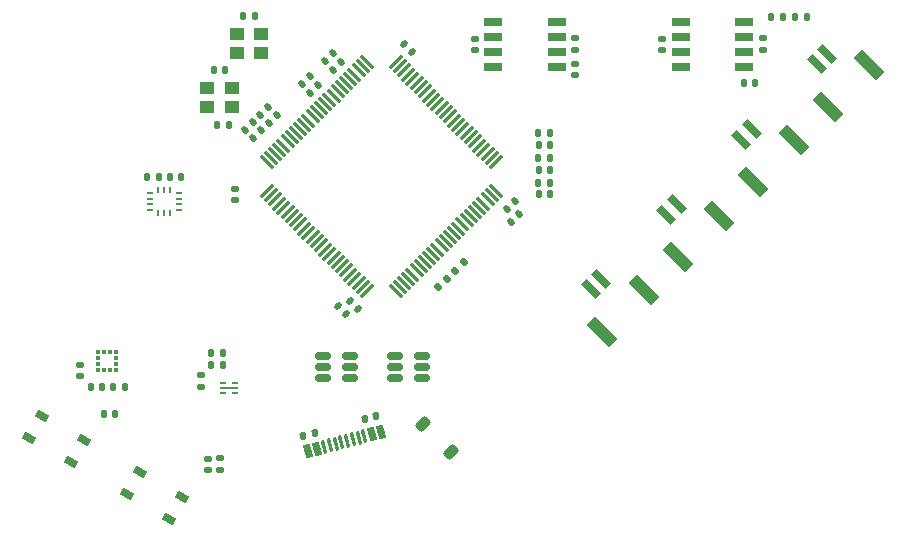
<source format=gbr>
%TF.GenerationSoftware,KiCad,Pcbnew,8.0.0*%
%TF.CreationDate,2024-03-25T03:31:52+00:00*%
%TF.ProjectId,main_PCB_v2,6d61696e-5f50-4434-925f-76322e6b6963,rev?*%
%TF.SameCoordinates,Original*%
%TF.FileFunction,Paste,Top*%
%TF.FilePolarity,Positive*%
%FSLAX46Y46*%
G04 Gerber Fmt 4.6, Leading zero omitted, Abs format (unit mm)*
G04 Created by KiCad (PCBNEW 8.0.0) date 2024-03-25 03:31:52*
%MOMM*%
%LPD*%
G01*
G04 APERTURE LIST*
G04 Aperture macros list*
%AMRoundRect*
0 Rectangle with rounded corners*
0 $1 Rounding radius*
0 $2 $3 $4 $5 $6 $7 $8 $9 X,Y pos of 4 corners*
0 Add a 4 corners polygon primitive as box body*
4,1,4,$2,$3,$4,$5,$6,$7,$8,$9,$2,$3,0*
0 Add four circle primitives for the rounded corners*
1,1,$1+$1,$2,$3*
1,1,$1+$1,$4,$5*
1,1,$1+$1,$6,$7*
1,1,$1+$1,$8,$9*
0 Add four rect primitives between the rounded corners*
20,1,$1+$1,$2,$3,$4,$5,0*
20,1,$1+$1,$4,$5,$6,$7,0*
20,1,$1+$1,$6,$7,$8,$9,0*
20,1,$1+$1,$8,$9,$2,$3,0*%
%AMRotRect*
0 Rectangle, with rotation*
0 The origin of the aperture is its center*
0 $1 length*
0 $2 width*
0 $3 Rotation angle, in degrees counterclockwise*
0 Add horizontal line*
21,1,$1,$2,0,0,$3*%
G04 Aperture macros list end*
%ADD10R,1.500000X0.650000*%
%ADD11RoundRect,0.135000X0.135000X0.185000X-0.135000X0.185000X-0.135000X-0.185000X0.135000X-0.185000X0*%
%ADD12RoundRect,0.135000X-0.185000X0.135000X-0.185000X-0.135000X0.185000X-0.135000X0.185000X0.135000X0*%
%ADD13RoundRect,0.147500X0.147500X0.172500X-0.147500X0.172500X-0.147500X-0.172500X0.147500X-0.172500X0*%
%ADD14RoundRect,0.140000X-0.021213X0.219203X-0.219203X0.021213X0.021213X-0.219203X0.219203X-0.021213X0*%
%ADD15RoundRect,0.140000X0.170000X-0.140000X0.170000X0.140000X-0.170000X0.140000X-0.170000X-0.140000X0*%
%ADD16RoundRect,0.135000X0.082518X0.213637X-0.178282X0.143756X-0.082518X-0.213637X0.178282X-0.143756X0*%
%ADD17RoundRect,0.225000X0.424264X0.106066X0.106066X0.424264X-0.424264X-0.106066X-0.106066X-0.424264X0*%
%ADD18RoundRect,0.135000X-0.082518X-0.213637X0.178282X-0.143756X0.082518X0.213637X-0.178282X0.143756X0*%
%ADD19RotRect,0.650000X1.050000X60.000000*%
%ADD20RotRect,0.279400X1.473200X45.000000*%
%ADD21RotRect,0.279400X1.473200X315.000000*%
%ADD22RoundRect,0.140000X-0.219203X-0.021213X-0.021213X-0.219203X0.219203X0.021213X0.021213X0.219203X0*%
%ADD23R,1.300000X1.100000*%
%ADD24RotRect,0.600000X1.700000X45.000000*%
%ADD25RotRect,1.000000X2.700000X45.000000*%
%ADD26RoundRect,0.135000X-0.135000X-0.185000X0.135000X-0.185000X0.135000X0.185000X-0.135000X0.185000X0*%
%ADD27RoundRect,0.135000X0.035355X-0.226274X0.226274X-0.035355X-0.035355X0.226274X-0.226274X0.035355X0*%
%ADD28RotRect,0.600000X1.140000X15.000000*%
%ADD29RotRect,0.300000X1.140000X15.000000*%
%ADD30RoundRect,0.140000X0.021213X-0.219203X0.219203X-0.021213X-0.021213X0.219203X-0.219203X0.021213X0*%
%ADD31R,0.482600X0.254000*%
%ADD32R,0.254000X0.482600*%
%ADD33RoundRect,0.140000X-0.140000X-0.170000X0.140000X-0.170000X0.140000X0.170000X-0.140000X0.170000X0*%
%ADD34RoundRect,0.150000X0.512500X0.150000X-0.512500X0.150000X-0.512500X-0.150000X0.512500X-0.150000X0*%
%ADD35R,0.375000X0.350000*%
%ADD36R,0.350000X0.375000*%
%ADD37R,0.600000X0.200000*%
%ADD38R,1.600000X0.200000*%
%ADD39RoundRect,0.140000X0.140000X0.170000X-0.140000X0.170000X-0.140000X-0.170000X0.140000X-0.170000X0*%
%ADD40RoundRect,0.135000X-0.035355X0.226274X-0.226274X0.035355X0.035355X-0.226274X0.226274X-0.035355X0*%
%ADD41RoundRect,0.135000X0.185000X-0.135000X0.185000X0.135000X-0.185000X0.135000X-0.185000X-0.135000X0*%
%ADD42RoundRect,0.140000X-0.170000X0.140000X-0.170000X-0.140000X0.170000X-0.140000X0.170000X0.140000X0*%
%ADD43RoundRect,0.140000X0.219203X0.021213X0.021213X0.219203X-0.219203X-0.021213X-0.021213X-0.219203X0*%
G04 APERTURE END LIST*
D10*
%TO.C,IC102*%
X156400000Y-86300000D03*
X156400000Y-87570000D03*
X156400000Y-88840000D03*
X156400000Y-90110000D03*
X161800000Y-90110000D03*
X161800000Y-88840000D03*
X161800000Y-87570000D03*
X161800000Y-86300000D03*
%TD*%
%TO.C,IC101*%
X172250000Y-86295000D03*
X172250000Y-87565000D03*
X172250000Y-88835000D03*
X172250000Y-90105000D03*
X177650000Y-90105000D03*
X177650000Y-88835000D03*
X177650000Y-87565000D03*
X177650000Y-86295000D03*
%TD*%
D11*
%TO.C,R107*%
X182910001Y-85900000D03*
X181890001Y-85900000D03*
%TD*%
D12*
%TO.C,R101*%
X179200000Y-87690000D03*
X179200000Y-88710000D03*
%TD*%
D13*
%TO.C,D103*%
X161185001Y-100900000D03*
X160215001Y-100900000D03*
%TD*%
D14*
%TO.C,C121*%
X136739411Y-95460589D03*
X136060589Y-96139411D03*
%TD*%
D15*
%TO.C,C102*%
X154800000Y-88680001D03*
X154800000Y-87720001D03*
%TD*%
D11*
%TO.C,FB101*%
X134009999Y-95000001D03*
X132990001Y-95000001D03*
%TD*%
D16*
%TO.C,R114*%
X141292622Y-121068002D03*
X140307378Y-121331998D03*
%TD*%
D14*
%TO.C,C118*%
X136039411Y-94760589D03*
X135360589Y-95439411D03*
%TD*%
D17*
%TO.C,D104*%
X152766726Y-122666727D03*
X150433274Y-120333275D03*
%TD*%
D18*
%TO.C,R115*%
X145507378Y-119931998D03*
X146492622Y-119668002D03*
%TD*%
D19*
%TO.C,S101*%
X118140499Y-119631523D03*
X121734504Y-121706523D03*
X117065498Y-121493477D03*
X120659503Y-123568477D03*
%TD*%
D20*
%TO.C,U101*%
X145682646Y-89697363D03*
X145329091Y-90050918D03*
X144975538Y-90404470D03*
X144621986Y-90758023D03*
X144268431Y-91111577D03*
X143914879Y-91465130D03*
X143561324Y-91818685D03*
X143207771Y-92172237D03*
X142854219Y-92525790D03*
X142500664Y-92879344D03*
X142147112Y-93232897D03*
X141793559Y-93586449D03*
X141440004Y-93940004D03*
X141086452Y-94293557D03*
X140732897Y-94647112D03*
X140379344Y-95000664D03*
X140025791Y-95354217D03*
X139672237Y-95707771D03*
X139318685Y-96061324D03*
X138965130Y-96414879D03*
X138611577Y-96768431D03*
X138258024Y-97121984D03*
X137904470Y-97475538D03*
X137550918Y-97829091D03*
X137197363Y-98182646D03*
D21*
X137197363Y-100617354D03*
X137550918Y-100970909D03*
X137904470Y-101324462D03*
X138258023Y-101678014D03*
X138611577Y-102031569D03*
X138965130Y-102385121D03*
X139318685Y-102738676D03*
X139672237Y-103092229D03*
X140025790Y-103445781D03*
X140379344Y-103799336D03*
X140732897Y-104152888D03*
X141086452Y-104506443D03*
X141440004Y-104859996D03*
X141793557Y-105213548D03*
X142147112Y-105567103D03*
X142500664Y-105920656D03*
X142854219Y-106274210D03*
X143207771Y-106627763D03*
X143561324Y-106981315D03*
X143914879Y-107334870D03*
X144268431Y-107688423D03*
X144621986Y-108041977D03*
X144975538Y-108395530D03*
X145329091Y-108749082D03*
X145682646Y-109102637D03*
D20*
X148117354Y-109102637D03*
X148470909Y-108749082D03*
X148824462Y-108395530D03*
X149178014Y-108041977D03*
X149531569Y-107688423D03*
X149885121Y-107334870D03*
X150238676Y-106981315D03*
X150592229Y-106627763D03*
X150945781Y-106274210D03*
X151299336Y-105920656D03*
X151652888Y-105567103D03*
X152006443Y-105213548D03*
X152359996Y-104859996D03*
X152713548Y-104506443D03*
X153067103Y-104152888D03*
X153420656Y-103799336D03*
X153774210Y-103445781D03*
X154127763Y-103092229D03*
X154481315Y-102738676D03*
X154834870Y-102385121D03*
X155188423Y-102031569D03*
X155541977Y-101678014D03*
X155895530Y-101324462D03*
X156249082Y-100970909D03*
X156602637Y-100617354D03*
D21*
X156602637Y-98182646D03*
X156249082Y-97829091D03*
X155895530Y-97475538D03*
X155541977Y-97121986D03*
X155188423Y-96768431D03*
X154834870Y-96414879D03*
X154481315Y-96061324D03*
X154127763Y-95707771D03*
X153774210Y-95354219D03*
X153420656Y-95000664D03*
X153067103Y-94647112D03*
X152713548Y-94293557D03*
X152359996Y-93940004D03*
X152006443Y-93586452D03*
X151652888Y-93232897D03*
X151299336Y-92879344D03*
X150945781Y-92525790D03*
X150592229Y-92172237D03*
X150238676Y-91818685D03*
X149885121Y-91465130D03*
X149531569Y-91111577D03*
X149178014Y-90758023D03*
X148824462Y-90404470D03*
X148470909Y-90050918D03*
X148117354Y-89697363D03*
%TD*%
D22*
%TO.C,C120*%
X143260589Y-110360589D03*
X143939411Y-111039411D03*
%TD*%
D23*
%TO.C,X101*%
X132150001Y-93525000D03*
X134250001Y-93525000D03*
X134250001Y-91875000D03*
X132150001Y-91875000D03*
%TD*%
D24*
%TO.C,J101*%
X183753446Y-89887330D03*
X184637330Y-89003446D03*
D25*
X188208219Y-89958040D03*
X184708040Y-93458219D03*
%TD*%
D26*
%TO.C,R111*%
X160190001Y-95700001D03*
X161210001Y-95700001D03*
%TD*%
%TO.C,R112*%
X160190001Y-97800000D03*
X161210001Y-97800000D03*
%TD*%
D27*
%TO.C,R104*%
X151739377Y-108760624D03*
X152460625Y-108039376D03*
%TD*%
D26*
%TO.C,R106*%
X132490000Y-115300000D03*
X133510000Y-115300000D03*
%TD*%
D28*
%TO.C,J108*%
X140679647Y-122640073D03*
X141452388Y-122433018D03*
D29*
X142563202Y-122135376D03*
X143529129Y-121876557D03*
X144012091Y-121747147D03*
X144978017Y-121488329D03*
D28*
X146861572Y-120983631D03*
X146088832Y-121190686D03*
D29*
X145460979Y-121358919D03*
X144495054Y-121617738D03*
X143046165Y-122005966D03*
X142080240Y-122264785D03*
%TD*%
D30*
%TO.C,C124*%
X137360589Y-94839412D03*
X138039411Y-94160590D03*
%TD*%
D31*
%TO.C,U106*%
X129739282Y-102250002D03*
X129739282Y-101750001D03*
X129739282Y-101250001D03*
X129739282Y-100750000D03*
D32*
X129032781Y-100547501D03*
X128532782Y-100547501D03*
X128032783Y-100547501D03*
D31*
X127326282Y-100750000D03*
X127326282Y-101250001D03*
X127326282Y-101750001D03*
X127326282Y-102250002D03*
D32*
X128032783Y-102452501D03*
X128532782Y-102452501D03*
X129032781Y-102452501D03*
%TD*%
D24*
%TO.C,J103*%
X171025524Y-102615252D03*
X171909408Y-101731368D03*
D25*
X175480297Y-102685962D03*
X171980118Y-106186141D03*
%TD*%
D15*
%TO.C,C104*%
X170700000Y-88680000D03*
X170700000Y-87720000D03*
%TD*%
D30*
%TO.C,C117*%
X142105817Y-89627784D03*
X142784639Y-88948962D03*
%TD*%
%TO.C,C116*%
X142812923Y-90334891D03*
X143491745Y-89656069D03*
%TD*%
D14*
%TO.C,C112*%
X158239411Y-101460589D03*
X157560589Y-102139411D03*
%TD*%
D15*
%TO.C,C136*%
X121400000Y-116280000D03*
X121400000Y-115320000D03*
%TD*%
D33*
%TO.C,C110*%
X132720000Y-90400000D03*
X133680000Y-90400000D03*
%TD*%
D30*
%TO.C,C123*%
X157860589Y-103239411D03*
X158539411Y-102560589D03*
%TD*%
D11*
%TO.C,R108*%
X180910000Y-85900001D03*
X179890000Y-85900001D03*
%TD*%
D30*
%TO.C,C126*%
X136660589Y-94139411D03*
X137339411Y-93460589D03*
%TD*%
D33*
%TO.C,C105*%
X123420000Y-119500000D03*
X124380000Y-119500000D03*
%TD*%
D19*
%TO.C,S102*%
X126440499Y-124431523D03*
X130034504Y-126506523D03*
X125365498Y-126293477D03*
X128959503Y-128368477D03*
%TD*%
D24*
%TO.C,J102*%
X177389485Y-96251291D03*
X178273369Y-95367407D03*
D25*
X181844258Y-96322001D03*
X178344079Y-99822180D03*
%TD*%
D26*
%TO.C,R113*%
X160190001Y-99900000D03*
X161210001Y-99900000D03*
%TD*%
D34*
%TO.C,U105*%
X150337501Y-116450000D03*
X150337501Y-115500000D03*
X150337501Y-114550000D03*
X148062501Y-114550000D03*
X148062501Y-115500000D03*
X148062501Y-116450000D03*
%TD*%
D35*
%TO.C,U107*%
X122937500Y-114250000D03*
X122937500Y-114750000D03*
X122937500Y-115250000D03*
X122937500Y-115750000D03*
D36*
X123450000Y-115762500D03*
X123950000Y-115762500D03*
D35*
X124462500Y-115750000D03*
X124462500Y-115250000D03*
X124462500Y-114750000D03*
X124462500Y-114250000D03*
D36*
X123950000Y-114237500D03*
X123450000Y-114237500D03*
%TD*%
D13*
%TO.C,D101*%
X161185001Y-96700000D03*
X160215001Y-96700000D03*
%TD*%
D15*
%TO.C,C114*%
X134500000Y-101380000D03*
X134500000Y-100420000D03*
%TD*%
D23*
%TO.C,X102*%
X134650000Y-88925000D03*
X136750000Y-88925000D03*
X136750000Y-87275000D03*
X134650000Y-87275000D03*
%TD*%
D37*
%TO.C,U102*%
X134500001Y-117700000D03*
D38*
X134000001Y-117300000D03*
D37*
X134500001Y-116900000D03*
X133500001Y-116900000D03*
X133500001Y-117700000D03*
%TD*%
D39*
%TO.C,C134*%
X129961981Y-99400000D03*
X129001981Y-99400000D03*
%TD*%
D24*
%TO.C,J104*%
X164653446Y-108937330D03*
X165537330Y-108053446D03*
D25*
X169108219Y-109008040D03*
X165608040Y-112508219D03*
%TD*%
D30*
%TO.C,C113*%
X140868380Y-92279435D03*
X141547202Y-91600613D03*
%TD*%
D15*
%TO.C,C103*%
X163300001Y-90780001D03*
X163300001Y-89820001D03*
%TD*%
D33*
%TO.C,C109*%
X135220001Y-85800000D03*
X136180001Y-85800000D03*
%TD*%
D40*
%TO.C,R109*%
X153860624Y-106647947D03*
X153139376Y-107369195D03*
%TD*%
D22*
%TO.C,C111*%
X148860590Y-88160590D03*
X149539412Y-88839412D03*
%TD*%
D26*
%TO.C,R103*%
X132490000Y-114300000D03*
X133510000Y-114300000D03*
%TD*%
D30*
%TO.C,C119*%
X140160590Y-91539411D03*
X140839412Y-90860589D03*
%TD*%
D34*
%TO.C,U103*%
X144237500Y-116450000D03*
X144237500Y-115500000D03*
X144237500Y-114550000D03*
X141962500Y-114550000D03*
X141962500Y-115500000D03*
X141962500Y-116450000D03*
%TD*%
D12*
%TO.C,R102*%
X163300000Y-87690000D03*
X163300000Y-88710000D03*
%TD*%
D39*
%TO.C,C137*%
X123280000Y-117200000D03*
X122320000Y-117200000D03*
%TD*%
D33*
%TO.C,C101*%
X177620000Y-91500001D03*
X178580000Y-91500001D03*
%TD*%
D41*
%TO.C,R105*%
X133230000Y-124260000D03*
X133230000Y-123240000D03*
%TD*%
D15*
%TO.C,C106*%
X132200000Y-124260000D03*
X132200000Y-123300000D03*
%TD*%
D33*
%TO.C,C138*%
X124220000Y-117200000D03*
X125180000Y-117200000D03*
%TD*%
D42*
%TO.C,C115*%
X131600000Y-116220001D03*
X131600000Y-117180001D03*
%TD*%
D13*
%TO.C,D102*%
X161185001Y-98800000D03*
X160215001Y-98800000D03*
%TD*%
D33*
%TO.C,C133*%
X127101981Y-99400000D03*
X128061981Y-99400000D03*
%TD*%
D43*
%TO.C,C122*%
X144941315Y-110593500D03*
X144262493Y-109914678D03*
%TD*%
M02*

</source>
